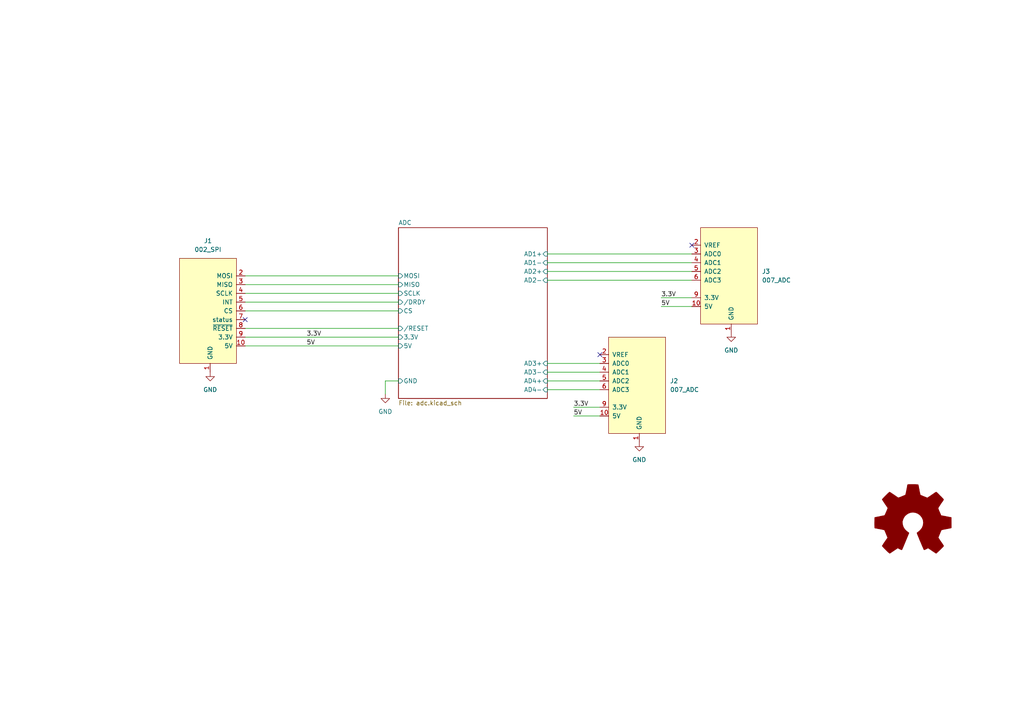
<source format=kicad_sch>
(kicad_sch (version 20211123) (generator eeschema)

  (uuid 29256b3d-9450-4c0a-a4d4-911f04b9c140)

  (paper "A4")

  (lib_symbols
    (symbol "Graphic:Logo_Open_Hardware_Large" (pin_names (offset 1.016)) (in_bom yes) (on_board yes)
      (property "Reference" "#LOGO" (id 0) (at 0 12.7 0)
        (effects (font (size 1.27 1.27)) hide)
      )
      (property "Value" "Logo_Open_Hardware_Large" (id 1) (at 0 -10.16 0)
        (effects (font (size 1.27 1.27)) hide)
      )
      (property "Footprint" "" (id 2) (at 0 0 0)
        (effects (font (size 1.27 1.27)) hide)
      )
      (property "Datasheet" "~" (id 3) (at 0 0 0)
        (effects (font (size 1.27 1.27)) hide)
      )
      (property "ki_keywords" "Logo" (id 4) (at 0 0 0)
        (effects (font (size 1.27 1.27)) hide)
      )
      (property "ki_description" "Open Hardware logo, large" (id 5) (at 0 0 0)
        (effects (font (size 1.27 1.27)) hide)
      )
      (symbol "Logo_Open_Hardware_Large_1_1"
        (polyline
          (pts
            (xy 6.731 -8.7122)
            (xy 6.6294 -8.6614)
            (xy 6.35 -8.4836)
            (xy 5.9944 -8.255)
            (xy 5.5372 -7.9502)
            (xy 5.1054 -7.6454)
            (xy 4.7498 -7.4168)
            (xy 4.4958 -7.239)
            (xy 4.3942 -7.1882)
            (xy 4.318 -7.2136)
            (xy 4.1148 -7.3152)
            (xy 3.81 -7.4676)
            (xy 3.6322 -7.5692)
            (xy 3.3528 -7.6708)
            (xy 3.2258 -7.6962)
            (xy 3.2004 -7.6708)
            (xy 3.0988 -7.4676)
            (xy 2.9464 -7.0866)
            (xy 2.7178 -6.604)
            (xy 2.4892 -6.0452)
            (xy 2.2352 -5.4356)
            (xy 1.9558 -4.826)
            (xy 1.7272 -4.2164)
            (xy 1.4986 -3.683)
            (xy 1.3208 -3.2512)
            (xy 1.2192 -2.9464)
            (xy 1.1684 -2.8194)
            (xy 1.1938 -2.794)
            (xy 1.3208 -2.667)
            (xy 1.5748 -2.4892)
            (xy 2.0828 -2.0574)
            (xy 2.6162 -1.397)
            (xy 2.921 -0.6604)
            (xy 3.048 0.1524)
            (xy 2.9464 0.9144)
            (xy 2.6416 1.6256)
            (xy 2.1336 2.286)
            (xy 1.524 2.7686)
            (xy 0.8128 3.0734)
            (xy 0 3.175)
            (xy -0.762 3.0988)
            (xy -1.4986 2.794)
            (xy -2.159 2.286)
            (xy -2.4384 1.9812)
            (xy -2.8194 1.3208)
            (xy -3.048 0.6096)
            (xy -3.0734 0.4318)
            (xy -3.0226 -0.3556)
            (xy -2.794 -1.0922)
            (xy -2.3876 -1.7526)
            (xy -1.8288 -2.3114)
            (xy -1.7526 -2.3622)
            (xy -1.4732 -2.5654)
            (xy -1.2954 -2.6924)
            (xy -1.1684 -2.8194)
            (xy -2.159 -5.207)
            (xy -2.3114 -5.588)
            (xy -2.5908 -6.2484)
            (xy -2.8194 -6.8072)
            (xy -3.0226 -7.2644)
            (xy -3.1496 -7.5692)
            (xy -3.2258 -7.6708)
            (xy -3.2258 -7.6962)
            (xy -3.302 -7.6962)
            (xy -3.4798 -7.6454)
            (xy -3.8354 -7.4676)
            (xy -4.0386 -7.366)
            (xy -4.2926 -7.239)
            (xy -4.4196 -7.1882)
            (xy -4.5212 -7.239)
            (xy -4.7498 -7.3914)
            (xy -5.1054 -7.6454)
            (xy -5.5372 -7.9248)
            (xy -5.9436 -8.2042)
            (xy -6.3246 -8.4582)
            (xy -6.604 -8.636)
            (xy -6.731 -8.7122)
            (xy -6.7564 -8.7122)
            (xy -6.858 -8.636)
            (xy -7.0866 -8.4582)
            (xy -7.4168 -8.1534)
            (xy -7.874 -7.6962)
            (xy -7.9502 -7.62)
            (xy -8.3312 -7.239)
            (xy -8.636 -6.9088)
            (xy -8.8392 -6.6802)
            (xy -8.9154 -6.5786)
            (xy -8.9154 -6.5786)
            (xy -8.8392 -6.4516)
            (xy -8.6614 -6.1722)
            (xy -8.4328 -5.7912)
            (xy -8.128 -5.3594)
            (xy -7.3152 -4.191)
            (xy -7.7724 -3.0988)
            (xy -7.8994 -2.7686)
            (xy -8.0772 -2.3622)
            (xy -8.2042 -2.0828)
            (xy -8.255 -1.9558)
            (xy -8.382 -1.905)
            (xy -8.6614 -1.8542)
            (xy -9.0932 -1.7526)
            (xy -9.6266 -1.651)
            (xy -10.1092 -1.5748)
            (xy -10.541 -1.4732)
            (xy -10.8712 -1.4224)
            (xy -11.0236 -1.397)
            (xy -11.049 -1.3716)
            (xy -11.0744 -1.2954)
            (xy -11.0998 -1.143)
            (xy -11.0998 -0.889)
            (xy -11.1252 -0.4572)
            (xy -11.1252 0.1524)
            (xy -11.1252 0.2286)
            (xy -11.0998 0.8128)
            (xy -11.0998 1.27)
            (xy -11.0744 1.5494)
            (xy -11.0744 1.6764)
            (xy -11.0744 1.6764)
            (xy -10.922 1.7018)
            (xy -10.6172 1.778)
            (xy -10.16 1.8542)
            (xy -9.652 1.9558)
            (xy -9.6012 1.9812)
            (xy -9.0932 2.0828)
            (xy -8.636 2.159)
            (xy -8.3312 2.2352)
            (xy -8.2042 2.286)
            (xy -8.1788 2.3114)
            (xy -8.0772 2.5146)
            (xy -7.9248 2.8448)
            (xy -7.747 3.2512)
            (xy -7.5692 3.6576)
            (xy -7.4168 4.0386)
            (xy -7.3152 4.318)
            (xy -7.2898 4.445)
            (xy -7.2898 4.445)
            (xy -7.366 4.572)
            (xy -7.5438 4.826)
            (xy -7.7978 5.207)
            (xy -8.128 5.6642)
            (xy -8.128 5.6896)
            (xy -8.4328 6.1468)
            (xy -8.6868 6.5278)
            (xy -8.8392 6.7818)
            (xy -8.9154 6.9088)
            (xy -8.9154 6.9088)
            (xy -8.8138 7.0358)
            (xy -8.5852 7.2898)
            (xy -8.255 7.6454)
            (xy -7.874 8.0264)
            (xy -7.747 8.1534)
            (xy -7.3152 8.5852)
            (xy -7.0104 8.8646)
            (xy -6.8326 8.9916)
            (xy -6.731 9.0424)
            (xy -6.731 9.0424)
            (xy -6.604 8.9408)
            (xy -6.3246 8.763)
            (xy -5.9436 8.509)
            (xy -5.4864 8.2042)
            (xy -5.461 8.1788)
            (xy -5.0038 7.874)
            (xy -4.6482 7.62)
            (xy -4.3688 7.4422)
            (xy -4.2672 7.3914)
            (xy -4.2418 7.3914)
            (xy -4.064 7.4422)
            (xy -3.7338 7.5438)
            (xy -3.3528 7.6962)
            (xy -2.9464 7.874)
            (xy -2.5654 8.0264)
            (xy -2.286 8.1534)
            (xy -2.159 8.2296)
            (xy -2.159 8.2296)
            (xy -2.1082 8.382)
            (xy -2.032 8.7122)
            (xy -1.9304 9.1694)
            (xy -1.8288 9.7282)
            (xy -1.8034 9.8044)
            (xy -1.7018 10.3378)
            (xy -1.6256 10.7696)
            (xy -1.5748 11.0744)
            (xy -1.524 11.2014)
            (xy -1.4478 11.2268)
            (xy -1.1938 11.2522)
            (xy -0.8128 11.2522)
            (xy -0.3302 11.2522)
            (xy 0.1524 11.2522)
            (xy 0.6604 11.2522)
            (xy 1.0668 11.2268)
            (xy 1.3716 11.2014)
            (xy 1.4986 11.176)
            (xy 1.4986 11.176)
            (xy 1.5494 11.0236)
            (xy 1.6256 10.6934)
            (xy 1.7018 10.2108)
            (xy 1.8288 9.6774)
            (xy 1.8288 9.5758)
            (xy 1.9304 9.0424)
            (xy 2.032 8.6106)
            (xy 2.0828 8.3058)
            (xy 2.1336 8.2042)
            (xy 2.159 8.1788)
            (xy 2.3876 8.0772)
            (xy 2.7432 7.9248)
            (xy 3.175 7.747)
            (xy 4.191 7.3406)
            (xy 5.461 8.2042)
            (xy 5.5626 8.2804)
            (xy 6.0198 8.5852)
            (xy 6.3754 8.8392)
            (xy 6.6294 8.9916)
            (xy 6.7564 9.0424)
            (xy 6.7564 9.0424)
            (xy 6.8834 8.9408)
            (xy 7.1374 8.7122)
            (xy 7.4676 8.382)
            (xy 7.8486 7.9756)
            (xy 8.1534 7.6962)
            (xy 8.4836 7.3406)
            (xy 8.7122 7.112)
            (xy 8.8392 6.9596)
            (xy 8.8646 6.858)
            (xy 8.8646 6.8072)
            (xy 8.7884 6.6802)
            (xy 8.6106 6.4008)
            (xy 8.3312 6.0198)
            (xy 8.0264 5.588)
            (xy 7.7978 5.207)
            (xy 7.5184 4.8006)
            (xy 7.3406 4.4958)
            (xy 7.2898 4.3434)
            (xy 7.2898 4.2926)
            (xy 7.3914 4.0386)
            (xy 7.5184 3.683)
            (xy 7.7216 3.2258)
            (xy 8.1534 2.2352)
            (xy 8.7884 2.1082)
            (xy 9.1948 2.0574)
            (xy 9.7536 1.9304)
            (xy 10.2616 1.8288)
            (xy 11.0998 1.6764)
            (xy 11.1252 -1.3208)
            (xy 10.9982 -1.3716)
            (xy 10.8712 -1.397)
            (xy 10.5664 -1.4732)
            (xy 10.1346 -1.5494)
            (xy 9.6266 -1.651)
            (xy 9.1948 -1.7272)
            (xy 8.7376 -1.8288)
            (xy 8.4328 -1.8796)
            (xy 8.2804 -1.905)
            (xy 8.255 -1.9558)
            (xy 8.1534 -2.159)
            (xy 7.9756 -2.5146)
            (xy 7.8232 -2.921)
            (xy 7.6454 -3.3274)
            (xy 7.493 -3.7338)
            (xy 7.366 -4.0132)
            (xy 7.3406 -4.191)
            (xy 7.3914 -4.2926)
            (xy 7.5692 -4.5466)
            (xy 7.7978 -4.9276)
            (xy 8.1026 -5.3594)
            (xy 8.4074 -5.7912)
            (xy 8.6614 -6.1722)
            (xy 8.8138 -6.4262)
            (xy 8.89 -6.5532)
            (xy 8.8646 -6.6548)
            (xy 8.6868 -6.858)
            (xy 8.3566 -7.1882)
            (xy 7.874 -7.6708)
            (xy 7.7978 -7.747)
            (xy 7.3914 -8.128)
            (xy 7.0612 -8.4328)
            (xy 6.8326 -8.636)
            (xy 6.731 -8.7122)
          )
          (stroke (width 0) (type default) (color 0 0 0 0))
          (fill (type outline))
        )
      )
    )
    (symbol "power:GND" (power) (pin_names (offset 0)) (in_bom yes) (on_board yes)
      (property "Reference" "#PWR" (id 0) (at 0 -6.35 0)
        (effects (font (size 1.27 1.27)) hide)
      )
      (property "Value" "GND" (id 1) (at 0 -3.81 0)
        (effects (font (size 1.27 1.27)))
      )
      (property "Footprint" "" (id 2) (at 0 0 0)
        (effects (font (size 1.27 1.27)) hide)
      )
      (property "Datasheet" "" (id 3) (at 0 0 0)
        (effects (font (size 1.27 1.27)) hide)
      )
      (property "ki_keywords" "power-flag" (id 4) (at 0 0 0)
        (effects (font (size 1.27 1.27)) hide)
      )
      (property "ki_description" "Power symbol creates a global label with name \"GND\" , ground" (id 5) (at 0 0 0)
        (effects (font (size 1.27 1.27)) hide)
      )
      (symbol "GND_0_1"
        (polyline
          (pts
            (xy 0 0)
            (xy 0 -1.27)
            (xy 1.27 -1.27)
            (xy 0 -2.54)
            (xy -1.27 -1.27)
            (xy 0 -1.27)
          )
          (stroke (width 0) (type default) (color 0 0 0 0))
          (fill (type none))
        )
      )
      (symbol "GND_1_1"
        (pin power_in line (at 0 0 270) (length 0) hide
          (name "GND" (effects (font (size 1.27 1.27))))
          (number "1" (effects (font (size 1.27 1.27))))
        )
      )
    )
    (symbol "put_on_edge:002_SPI" (pin_names (offset 1.016)) (in_bom yes) (on_board yes)
      (property "Reference" "J" (id 0) (at -1.27 13.97 0)
        (effects (font (size 1.27 1.27)))
      )
      (property "Value" "002_SPI" (id 1) (at 10.16 13.97 0)
        (effects (font (size 1.27 1.27)))
      )
      (property "Footprint" "" (id 2) (at 8.89 16.51 0)
        (effects (font (size 1.27 1.27)) hide)
      )
      (property "Datasheet" "" (id 3) (at 8.89 16.51 0)
        (effects (font (size 1.27 1.27)) hide)
      )
      (symbol "002_SPI_0_1"
        (rectangle (start -7.62 12.7) (end 8.89 -17.78)
          (stroke (width 0) (type default) (color 0 0 0 0))
          (fill (type background))
        )
      )
      (symbol "002_SPI_1_1"
        (pin power_in line (at 0 -20.32 90) (length 2.54)
          (name "GND" (effects (font (size 1.27 1.27))))
          (number "1" (effects (font (size 1.27 1.27))))
        )
        (pin power_in line (at -10.16 -12.7 0) (length 2.54)
          (name "5V" (effects (font (size 1.27 1.27))))
          (number "10" (effects (font (size 1.27 1.27))))
        )
        (pin bidirectional line (at -10.16 7.62 0) (length 2.54)
          (name "MOSI" (effects (font (size 1.27 1.27))))
          (number "2" (effects (font (size 1.27 1.27))))
        )
        (pin bidirectional line (at -10.16 5.08 0) (length 2.54)
          (name "MISO" (effects (font (size 1.27 1.27))))
          (number "3" (effects (font (size 1.27 1.27))))
        )
        (pin bidirectional line (at -10.16 2.54 0) (length 2.54)
          (name "SCLK" (effects (font (size 1.27 1.27))))
          (number "4" (effects (font (size 1.27 1.27))))
        )
        (pin bidirectional line (at -10.16 0 0) (length 2.54)
          (name "INT" (effects (font (size 1.27 1.27))))
          (number "5" (effects (font (size 1.27 1.27))))
        )
        (pin bidirectional line (at -10.16 -2.54 0) (length 2.54)
          (name "CS" (effects (font (size 1.27 1.27))))
          (number "6" (effects (font (size 1.27 1.27))))
        )
        (pin bidirectional line (at -10.16 -5.08 0) (length 2.54)
          (name "status" (effects (font (size 1.27 1.27))))
          (number "7" (effects (font (size 1.27 1.27))))
        )
        (pin bidirectional line (at -10.16 -7.62 0) (length 2.54)
          (name "~{RESET}" (effects (font (size 1.27 1.27))))
          (number "8" (effects (font (size 1.27 1.27))))
        )
        (pin power_in line (at -10.16 -10.16 0) (length 2.54)
          (name "3.3V" (effects (font (size 1.27 1.27))))
          (number "9" (effects (font (size 1.27 1.27))))
        )
      )
    )
    (symbol "put_on_edge:007_ADC" (pin_names (offset 1.016)) (in_bom yes) (on_board yes)
      (property "Reference" "J" (id 0) (at -2.54 13.97 0)
        (effects (font (size 1.27 1.27)))
      )
      (property "Value" "007_ADC" (id 1) (at 8.89 13.97 0)
        (effects (font (size 1.27 1.27)))
      )
      (property "Footprint" "" (id 2) (at 7.62 16.51 0)
        (effects (font (size 1.27 1.27)) hide)
      )
      (property "Datasheet" "" (id 3) (at 7.62 16.51 0)
        (effects (font (size 1.27 1.27)) hide)
      )
      (symbol "007_ADC_0_1"
        (rectangle (start -8.89 12.7) (end 7.62 -15.24)
          (stroke (width 0) (type default) (color 0 0 0 0))
          (fill (type background))
        )
      )
      (symbol "007_ADC_1_1"
        (pin power_in line (at 0 -17.78 90) (length 2.54)
          (name "GND" (effects (font (size 1.27 1.27))))
          (number "1" (effects (font (size 1.27 1.27))))
        )
        (pin bidirectional line (at -11.43 -10.16 0) (length 2.54)
          (name "5V" (effects (font (size 1.27 1.27))))
          (number "10" (effects (font (size 1.27 1.27))))
        )
        (pin bidirectional line (at -11.43 7.62 0) (length 2.54)
          (name "VREF" (effects (font (size 1.27 1.27))))
          (number "2" (effects (font (size 1.27 1.27))))
        )
        (pin power_in line (at -11.43 5.08 0) (length 2.54)
          (name "ADC0" (effects (font (size 1.27 1.27))))
          (number "3" (effects (font (size 1.27 1.27))))
        )
        (pin bidirectional line (at -11.43 2.54 0) (length 2.54)
          (name "ADC1" (effects (font (size 1.27 1.27))))
          (number "4" (effects (font (size 1.27 1.27))))
        )
        (pin bidirectional line (at -11.43 0 0) (length 2.54)
          (name "ADC2" (effects (font (size 1.27 1.27))))
          (number "5" (effects (font (size 1.27 1.27))))
        )
        (pin bidirectional line (at -11.43 -2.54 0) (length 2.54)
          (name "ADC3" (effects (font (size 1.27 1.27))))
          (number "6" (effects (font (size 1.27 1.27))))
        )
        (pin bidirectional line (at -11.43 -7.62 0) (length 2.54)
          (name "3.3V" (effects (font (size 1.27 1.27))))
          (number "9" (effects (font (size 1.27 1.27))))
        )
      )
    )
  )


  (no_connect (at 200.66 71.12) (uuid 094313da-aa8f-4487-b40c-7729849f8a14))
  (no_connect (at 71.12 92.71) (uuid 279bfd46-5d22-4d47-b3be-2961e3d53603))
  (no_connect (at 173.99 102.87) (uuid f482b973-30dc-4603-8e51-3dffc486b44c))

  (wire (pts (xy 71.12 85.09) (xy 115.57 85.09))
    (stroke (width 0) (type default) (color 0 0 0 0))
    (uuid 03d5a1ab-0c6b-4c80-a24b-6716d6849030)
  )
  (wire (pts (xy 71.12 87.63) (xy 115.57 87.63))
    (stroke (width 0) (type default) (color 0 0 0 0))
    (uuid 065fdce8-8d07-4d0e-b847-e881af6d2176)
  )
  (wire (pts (xy 71.12 82.55) (xy 115.57 82.55))
    (stroke (width 0) (type default) (color 0 0 0 0))
    (uuid 08ebb44e-a2a8-4f47-9501-08bdcc738e2a)
  )
  (wire (pts (xy 158.75 76.2) (xy 200.66 76.2))
    (stroke (width 0) (type default) (color 0 0 0 0))
    (uuid 0a9d2a8b-9da0-4656-832f-71744b12d8b1)
  )
  (wire (pts (xy 71.12 95.25) (xy 115.57 95.25))
    (stroke (width 0) (type default) (color 0 0 0 0))
    (uuid 0c58d281-0d9a-4ee3-bf5f-40762dddda08)
  )
  (wire (pts (xy 111.76 110.49) (xy 115.57 110.49))
    (stroke (width 0) (type default) (color 0 0 0 0))
    (uuid 18b95a17-9363-42df-b018-2efb7cce5c40)
  )
  (wire (pts (xy 111.76 114.3) (xy 111.76 110.49))
    (stroke (width 0) (type default) (color 0 0 0 0))
    (uuid 2442a14a-b572-4c06-81cb-d81f6834a1ac)
  )
  (wire (pts (xy 71.12 90.17) (xy 115.57 90.17))
    (stroke (width 0) (type default) (color 0 0 0 0))
    (uuid 42802caa-57e0-4058-820e-933cf0c1e154)
  )
  (wire (pts (xy 158.75 113.03) (xy 173.99 113.03))
    (stroke (width 0) (type default) (color 0 0 0 0))
    (uuid 4e0e0a7b-af34-4e88-ae9b-2f3f183beb60)
  )
  (wire (pts (xy 158.75 78.74) (xy 200.66 78.74))
    (stroke (width 0) (type default) (color 0 0 0 0))
    (uuid 4f0a86ce-8c00-4ebf-b727-db72e69e9f4b)
  )
  (wire (pts (xy 158.75 81.28) (xy 200.66 81.28))
    (stroke (width 0) (type default) (color 0 0 0 0))
    (uuid 5b1b6977-2e73-471a-9413-c1b992baa5bd)
  )
  (wire (pts (xy 71.12 97.79) (xy 115.57 97.79))
    (stroke (width 0) (type default) (color 0 0 0 0))
    (uuid 6b49047d-721a-4c9d-b338-11666ed868dd)
  )
  (wire (pts (xy 191.77 86.36) (xy 200.66 86.36))
    (stroke (width 0) (type default) (color 0 0 0 0))
    (uuid 769ef014-c0df-4fc0-9f9b-74c6ad95c014)
  )
  (wire (pts (xy 158.75 73.66) (xy 200.66 73.66))
    (stroke (width 0) (type default) (color 0 0 0 0))
    (uuid 7ab4bc7a-efb1-4020-b2b2-7143d8fa50e9)
  )
  (wire (pts (xy 158.75 110.49) (xy 173.99 110.49))
    (stroke (width 0) (type default) (color 0 0 0 0))
    (uuid 7b48c09d-366d-471a-ab6a-af36bac922ac)
  )
  (wire (pts (xy 191.77 88.9) (xy 200.66 88.9))
    (stroke (width 0) (type default) (color 0 0 0 0))
    (uuid 81d71936-0063-4a1b-b72d-ff0256949488)
  )
  (wire (pts (xy 71.12 80.01) (xy 115.57 80.01))
    (stroke (width 0) (type default) (color 0 0 0 0))
    (uuid 9cafc31e-dffd-4e45-b13e-d3a906b7e155)
  )
  (wire (pts (xy 166.37 120.65) (xy 173.99 120.65))
    (stroke (width 0) (type default) (color 0 0 0 0))
    (uuid b2fee20b-feef-4dd7-94f2-bf7e47380dba)
  )
  (wire (pts (xy 166.37 118.11) (xy 173.99 118.11))
    (stroke (width 0) (type default) (color 0 0 0 0))
    (uuid d81ab6ea-8c3b-4125-a187-d61e6ebd5747)
  )
  (wire (pts (xy 158.75 107.95) (xy 173.99 107.95))
    (stroke (width 0) (type default) (color 0 0 0 0))
    (uuid fa9823fa-a515-4998-aa0d-8b89b09a39c5)
  )
  (wire (pts (xy 158.75 105.41) (xy 173.99 105.41))
    (stroke (width 0) (type default) (color 0 0 0 0))
    (uuid fb7a0727-1084-4533-a0c6-120a5aa521ce)
  )
  (wire (pts (xy 71.12 100.33) (xy 115.57 100.33))
    (stroke (width 0) (type default) (color 0 0 0 0))
    (uuid ff79dab9-b01e-4ad7-b15c-36b40e0fd1d6)
  )

  (label "3.3V" (at 166.37 118.11 0)
    (effects (font (size 1.27 1.27)) (justify left bottom))
    (uuid 10591f02-6fd1-4a7e-93d7-d27945dd6089)
  )
  (label "3.3V" (at 88.9 97.79 0)
    (effects (font (size 1.27 1.27)) (justify left bottom))
    (uuid 1f553a7e-60df-4c15-98fb-919dbdd22556)
  )
  (label "5V" (at 88.9 100.33 0)
    (effects (font (size 1.27 1.27)) (justify left bottom))
    (uuid 4686cfa3-de45-4481-910e-3775b1611350)
  )
  (label "5V" (at 166.37 120.65 0)
    (effects (font (size 1.27 1.27)) (justify left bottom))
    (uuid 50a42dc6-a155-45b3-9b5d-bf57dddb0050)
  )
  (label "5V" (at 191.77 88.9 0)
    (effects (font (size 1.27 1.27)) (justify left bottom))
    (uuid 947c731f-2ffa-42b5-9e82-f0272392fc94)
  )
  (label "3.3V" (at 191.77 86.36 0)
    (effects (font (size 1.27 1.27)) (justify left bottom))
    (uuid 96c93e19-7daf-412e-a12b-623f9d6e1806)
  )

  (symbol (lib_id "Graphic:Logo_Open_Hardware_Large") (at 264.795 151.765 0) (unit 1)
    (in_bom yes) (on_board yes)
    (uuid 00000000-0000-0000-0000-000060bd71e9)
    (property "Reference" "l1" (id 0) (at 264.795 139.065 0)
      (effects (font (size 1.27 1.27)) hide)
    )
    (property "Value" "Logo_Open_Hardware_Larg" (id 1) (at 264.795 161.925 0)
      (effects (font (size 1.27 1.27)) hide)
    )
    (property "Footprint" "Symbol:OSHW-Logo2_7.3x6mm_SilkScreen" (id 2) (at 264.795 151.765 0)
      (effects (font (size 1.27 1.27)) hide)
    )
    (property "Datasheet" "~" (id 3) (at 264.795 151.765 0)
      (effects (font (size 1.27 1.27)) hide)
    )
  )

  (symbol (lib_id "power:GND") (at 185.42 128.27 0) (unit 1)
    (in_bom yes) (on_board yes) (fields_autoplaced)
    (uuid 5cb2a7be-0918-44de-bd77-1c4f94e2d741)
    (property "Reference" "#PWR0101" (id 0) (at 185.42 134.62 0)
      (effects (font (size 1.27 1.27)) hide)
    )
    (property "Value" "GND" (id 1) (at 185.42 133.35 0))
    (property "Footprint" "" (id 2) (at 185.42 128.27 0)
      (effects (font (size 1.27 1.27)) hide)
    )
    (property "Datasheet" "" (id 3) (at 185.42 128.27 0)
      (effects (font (size 1.27 1.27)) hide)
    )
    (pin "1" (uuid 0b2bea23-c2ac-4b6f-90a2-0bb2931ceac3))
  )

  (symbol (lib_id "power:GND") (at 212.09 96.52 0) (unit 1)
    (in_bom yes) (on_board yes) (fields_autoplaced)
    (uuid 7ee29151-3481-46cb-bb11-634cca2d0072)
    (property "Reference" "#PWR0104" (id 0) (at 212.09 102.87 0)
      (effects (font (size 1.27 1.27)) hide)
    )
    (property "Value" "GND" (id 1) (at 212.09 101.6 0))
    (property "Footprint" "" (id 2) (at 212.09 96.52 0)
      (effects (font (size 1.27 1.27)) hide)
    )
    (property "Datasheet" "" (id 3) (at 212.09 96.52 0)
      (effects (font (size 1.27 1.27)) hide)
    )
    (pin "1" (uuid 1b237b9f-6604-4b88-b88b-9b02ea5e90a8))
  )

  (symbol (lib_id "power:GND") (at 60.96 107.95 0) (unit 1)
    (in_bom yes) (on_board yes) (fields_autoplaced)
    (uuid 8063cd96-e7bc-4ffa-94da-51794da2d2d7)
    (property "Reference" "#PWR0102" (id 0) (at 60.96 114.3 0)
      (effects (font (size 1.27 1.27)) hide)
    )
    (property "Value" "GND" (id 1) (at 60.96 113.03 0))
    (property "Footprint" "" (id 2) (at 60.96 107.95 0)
      (effects (font (size 1.27 1.27)) hide)
    )
    (property "Datasheet" "" (id 3) (at 60.96 107.95 0)
      (effects (font (size 1.27 1.27)) hide)
    )
    (pin "1" (uuid 4f8e3b65-9849-4ff3-b5b6-86f936c7a354))
  )

  (symbol (lib_id "put_on_edge:002_SPI") (at 60.96 87.63 0) (mirror y) (unit 1)
    (in_bom yes) (on_board yes) (fields_autoplaced)
    (uuid aff58ab2-469a-4812-b652-5c3f4c39b206)
    (property "Reference" "J1" (id 0) (at 60.325 69.85 0))
    (property "Value" "002_SPI" (id 1) (at 60.325 72.39 0))
    (property "Footprint" "on_edge:on_edge_2x05_device" (id 2) (at 52.07 71.12 0)
      (effects (font (size 1.27 1.27)) hide)
    )
    (property "Datasheet" "" (id 3) (at 52.07 71.12 0)
      (effects (font (size 1.27 1.27)) hide)
    )
    (pin "1" (uuid b63bd667-f2d9-44ef-91c8-0a8a156c214f))
    (pin "10" (uuid be1ea428-d74e-4125-8596-38f82be06487))
    (pin "2" (uuid 66a7c890-ac40-4f36-85c1-502128bd5c2d))
    (pin "3" (uuid d0b2ef87-fb55-49de-8104-c83c37eb45ce))
    (pin "4" (uuid 73772adc-97ef-4c2a-96e3-7debb2e7ad38))
    (pin "5" (uuid 6615c595-191c-4fe5-b7e9-4a579d552656))
    (pin "6" (uuid 668b82fe-b542-4bd0-b2a5-5dae0ac43510))
    (pin "7" (uuid 54a3c92d-a091-405f-b445-603c0f2e1fb3))
    (pin "8" (uuid 677f84bc-8f99-4d53-ae54-328e7b493deb))
    (pin "9" (uuid 4af2240a-5a5d-48d2-a9b4-a18e1ae31a7e))
  )

  (symbol (lib_id "put_on_edge:007_ADC") (at 212.09 78.74 0) (unit 1)
    (in_bom yes) (on_board yes) (fields_autoplaced)
    (uuid b5e5b167-3d99-4f0e-9f36-2ede60d39a91)
    (property "Reference" "J3" (id 0) (at 220.98 78.7399 0)
      (effects (font (size 1.27 1.27)) (justify left))
    )
    (property "Value" "007_ADC" (id 1) (at 220.98 81.2799 0)
      (effects (font (size 1.27 1.27)) (justify left))
    )
    (property "Footprint" "on_edge:on_edge_2x05_host" (id 2) (at 219.71 62.23 0)
      (effects (font (size 1.27 1.27)) hide)
    )
    (property "Datasheet" "" (id 3) (at 219.71 62.23 0)
      (effects (font (size 1.27 1.27)) hide)
    )
    (pin "1" (uuid b99df353-3559-4117-bd59-cd384a0842d4))
    (pin "10" (uuid e0082aeb-0ea7-4f92-8b47-b8fdbda78e30))
    (pin "2" (uuid 7810dd16-a440-4143-bb6d-a5bb20b933e5))
    (pin "3" (uuid 6560d903-6241-400c-812f-95b1893511fb))
    (pin "4" (uuid 13e0411e-6b3e-4cd8-90e6-84a6731b3e0b))
    (pin "5" (uuid 60b4666f-0652-41a9-9b5e-28d1bc9f537c))
    (pin "6" (uuid 5b058a41-674f-49a7-b19c-9da36859069e))
    (pin "9" (uuid 829a1a2c-6cd2-4dad-8bba-91d48a4a5290))
  )

  (symbol (lib_id "put_on_edge:007_ADC") (at 185.42 110.49 0) (unit 1)
    (in_bom yes) (on_board yes) (fields_autoplaced)
    (uuid c99aa52f-7174-457b-b840-d885f32a5f44)
    (property "Reference" "J2" (id 0) (at 194.31 110.4899 0)
      (effects (font (size 1.27 1.27)) (justify left))
    )
    (property "Value" "007_ADC" (id 1) (at 194.31 113.0299 0)
      (effects (font (size 1.27 1.27)) (justify left))
    )
    (property "Footprint" "on_edge:on_edge_2x05_host" (id 2) (at 193.04 93.98 0)
      (effects (font (size 1.27 1.27)) hide)
    )
    (property "Datasheet" "" (id 3) (at 193.04 93.98 0)
      (effects (font (size 1.27 1.27)) hide)
    )
    (pin "1" (uuid c2a25620-e49b-428d-9a50-0bd043378347))
    (pin "10" (uuid 380ae4a1-bf7c-40ff-90c3-5b8d87e96d22))
    (pin "2" (uuid 9ccb1682-7094-4616-914b-d1a07daa4e03))
    (pin "3" (uuid 4303a7b6-ce14-4921-adc9-424d40843ce9))
    (pin "4" (uuid b6b7a3b0-f790-4c8b-a4bd-b2210c2e0d73))
    (pin "5" (uuid ac6cde73-228f-433c-aa93-2cc944d1793b))
    (pin "6" (uuid 4ef9ee7b-d61d-4c5f-a6ee-27ba412b8cbe))
    (pin "9" (uuid 19eb630f-8603-48d0-b2b3-c0f7a18c39ad))
  )

  (symbol (lib_id "power:GND") (at 111.76 114.3 0) (unit 1)
    (in_bom yes) (on_board yes) (fields_autoplaced)
    (uuid d44b9360-be7e-4110-80c9-24fa0d2bb01a)
    (property "Reference" "#PWR0103" (id 0) (at 111.76 120.65 0)
      (effects (font (size 1.27 1.27)) hide)
    )
    (property "Value" "GND" (id 1) (at 111.76 119.38 0))
    (property "Footprint" "" (id 2) (at 111.76 114.3 0)
      (effects (font (size 1.27 1.27)) hide)
    )
    (property "Datasheet" "" (id 3) (at 111.76 114.3 0)
      (effects (font (size 1.27 1.27)) hide)
    )
    (pin "1" (uuid 1073b404-73b2-4798-9344-6466a10cc593))
  )

  (sheet (at 115.57 66.04) (size 43.18 49.53) (fields_autoplaced)
    (stroke (width 0.1524) (type solid) (color 0 0 0 0))
    (fill (color 0 0 0 0.0000))
    (uuid f5353591-704c-4807-a94a-1731cc459740)
    (property "Sheet name" "ADC" (id 0) (at 115.57 65.3284 0)
      (effects (font (size 1.27 1.27)) (justify left bottom))
    )
    (property "Sheet file" "adc.kicad_sch" (id 1) (at 115.57 116.1546 0)
      (effects (font (size 1.27 1.27)) (justify left top))
    )
    (pin "5V" input (at 115.57 100.33 180)
      (effects (font (size 1.27 1.27)) (justify left))
      (uuid 9cb7eedb-25e9-4160-a752-593d5f2c94d3)
    )
    (pin "3.3V" input (at 115.57 97.79 180)
      (effects (font (size 1.27 1.27)) (justify left))
      (uuid b27c2418-3ecd-4c05-aeb9-8bd667bba9b1)
    )
    (pin "AD1+" input (at 158.75 73.66 0)
      (effects (font (size 1.27 1.27)) (justify right))
      (uuid 5ee18d55-4a17-46fb-83e6-8f5853f46f35)
    )
    (pin "AD1-" input (at 158.75 76.2 0)
      (effects (font (size 1.27 1.27)) (justify right))
      (uuid d102ef10-f735-4cc4-95cf-9e5c966ad30b)
    )
    (pin "AD2+" input (at 158.75 78.74 0)
      (effects (font (size 1.27 1.27)) (justify right))
      (uuid ce9afea3-6ee8-4a68-b386-23cbd0b1f7a0)
    )
    (pin "GND" input (at 115.57 110.49 180)
      (effects (font (size 1.27 1.27)) (justify left))
      (uuid 96f88900-5b2f-436a-84e1-19f7a9076c8c)
    )
    (pin "AD2-" input (at 158.75 81.28 0)
      (effects (font (size 1.27 1.27)) (justify right))
      (uuid 7cf272b2-e81f-4213-a965-afcb1067853b)
    )
    (pin "AD3+" input (at 158.75 105.41 0)
      (effects (font (size 1.27 1.27)) (justify right))
      (uuid cff5765f-bf76-40f6-b6db-9a9974e2c865)
    )
    (pin "AD3-" input (at 158.75 107.95 0)
      (effects (font (size 1.27 1.27)) (justify right))
      (uuid bb3f6bfa-b58b-46e2-930a-8423865be8d5)
    )
    (pin "CS" input (at 115.57 90.17 180)
      (effects (font (size 1.27 1.27)) (justify left))
      (uuid 91159282-e522-4e75-8054-d8a63ff9f126)
    )
    (pin "SCLK" input (at 115.57 85.09 180)
      (effects (font (size 1.27 1.27)) (justify left))
      (uuid 315af6d3-2eeb-4650-b799-43eb602de6a3)
    )
    (pin "MISO" input (at 115.57 82.55 180)
      (effects (font (size 1.27 1.27)) (justify left))
      (uuid 725dd740-6b38-4739-b5e1-5d78af4abb23)
    )
    (pin "MOSI" input (at 115.57 80.01 180)
      (effects (font (size 1.27 1.27)) (justify left))
      (uuid bb6d814f-2ff4-4273-b6d2-618afba67d03)
    )
    (pin "{slash}DRDY" input (at 115.57 87.63 180)
      (effects (font (size 1.27 1.27)) (justify left))
      (uuid bbb9ee83-0991-4d36-8531-3df2bfc0b089)
    )
    (pin "{slash}RESET" input (at 115.57 95.25 180)
      (effects (font (size 1.27 1.27)) (justify left))
      (uuid 9acef439-79c2-4e40-87a1-f5961c93dc67)
    )
    (pin "AD4+" input (at 158.75 110.49 0)
      (effects (font (size 1.27 1.27)) (justify right))
      (uuid 03d91a1d-a585-47a4-99f9-06bc1c5af887)
    )
    (pin "AD4-" input (at 158.75 113.03 0)
      (effects (font (size 1.27 1.27)) (justify right))
      (uuid 62009989-8103-49af-b226-a7bac174e878)
    )
  )

  (sheet_instances
    (path "/" (page "1"))
    (path "/f5353591-704c-4807-a94a-1731cc459740" (page "2"))
  )

  (symbol_instances
    (path "/5cb2a7be-0918-44de-bd77-1c4f94e2d741"
      (reference "#PWR0101") (unit 1) (value "GND") (footprint "")
    )
    (path "/8063cd96-e7bc-4ffa-94da-51794da2d2d7"
      (reference "#PWR0102") (unit 1) (value "GND") (footprint "")
    )
    (path "/d44b9360-be7e-4110-80c9-24fa0d2bb01a"
      (reference "#PWR0103") (unit 1) (value "GND") (footprint "")
    )
    (path "/7ee29151-3481-46cb-bb11-634cca2d0072"
      (reference "#PWR0104") (unit 1) (value "GND") (footprint "")
    )
    (path "/f5353591-704c-4807-a94a-1731cc459740/ea200e7e-f40d-4f87-8e32-3fc38d11f0ac"
      (reference "C1") (unit 1) (value "100nF") (footprint "Capacitor_SMD:C_0603_1608Metric")
    )
    (path "/f5353591-704c-4807-a94a-1731cc459740/6d3cbc8f-888f-4e0b-8988-28779a2cfc11"
      (reference "C2") (unit 1) (value "220nF") (footprint "Capacitor_SMD:C_0603_1608Metric")
    )
    (path "/f5353591-704c-4807-a94a-1731cc459740/5dbe3973-bc84-4f5e-af85-f3caa0957bfa"
      (reference "C3") (unit 1) (value "100nF") (footprint "Capacitor_SMD:C_0603_1608Metric")
    )
    (path "/f5353591-704c-4807-a94a-1731cc459740/30ff46ab-4c40-4f49-8692-5badb51bf396"
      (reference "C4") (unit 1) (value "100nF") (footprint "Capacitor_SMD:C_0603_1608Metric")
    )
    (path "/aff58ab2-469a-4812-b652-5c3f4c39b206"
      (reference "J1") (unit 1) (value "002_SPI") (footprint "on_edge:on_edge_2x05_device")
    )
    (path "/c99aa52f-7174-457b-b840-d885f32a5f44"
      (reference "J2") (unit 1) (value "007_ADC") (footprint "on_edge:on_edge_2x05_host")
    )
    (path "/b5e5b167-3d99-4f0e-9f36-2ede60d39a91"
      (reference "J3") (unit 1) (value "007_ADC") (footprint "on_edge:on_edge_2x05_host")
    )
    (path "/f5353591-704c-4807-a94a-1731cc459740/9eabcbb3-bbe2-493a-ad8d-18415bdad638"
      (reference "U1") (unit 1) (value "ADS131M03") (footprint "Package_DFN_QFN:WQFN-20-1EP_3x3mm_P0.4mm_EP1.7x1.7mm")
    )
    (path "/f5353591-704c-4807-a94a-1731cc459740/2d99e0f5-7164-4e13-8374-22febae45820"
      (reference "X1") (unit 1) (value "8MhZ") (footprint "Oscillator:Oscillator_SMD_EuroQuartz_XO32-4Pin_3.2x2.5mm")
    )
    (path "/00000000-0000-0000-0000-000060bd71e9"
      (reference "l1") (unit 1) (value "Logo_Open_Hardware_Larg") (footprint "Symbol:OSHW-Logo2_7.3x6mm_SilkScreen")
    )
  )
)

</source>
